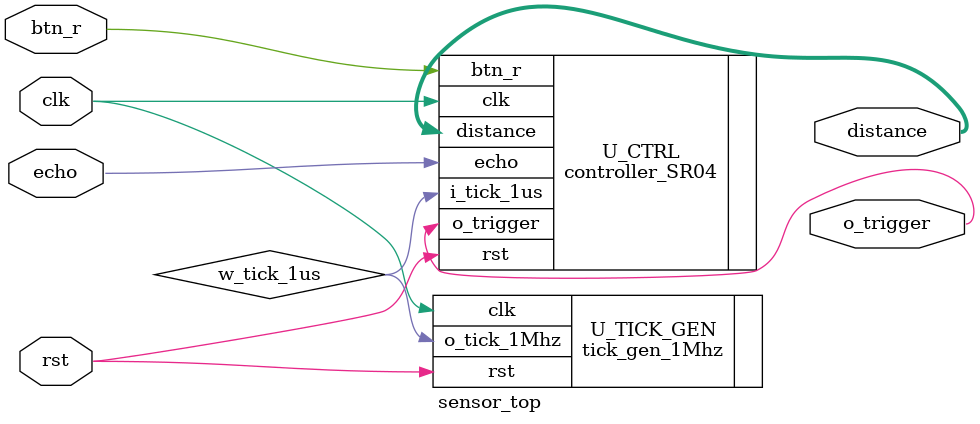
<source format=v>
module sensor_top (
    input         clk,
    input         rst,
    input         btn_r,
    input         echo,
    output        o_trigger,
    output [23:0] distance
);
    wire w_tick_1us;

    controller_SR04 U_CTRL (
        .clk       (clk),
        .rst       (rst),
        .btn_r     (btn_r),
        .i_tick_1us(w_tick_1us),
        .echo      (echo),
        .o_trigger (o_trigger),
        .distance  (distance)
    );

    tick_gen_1Mhz U_TICK_GEN (
    .clk(clk),
    .rst(rst),
    .o_tick_1Mhz(w_tick_1us)
);

endmodule

</source>
